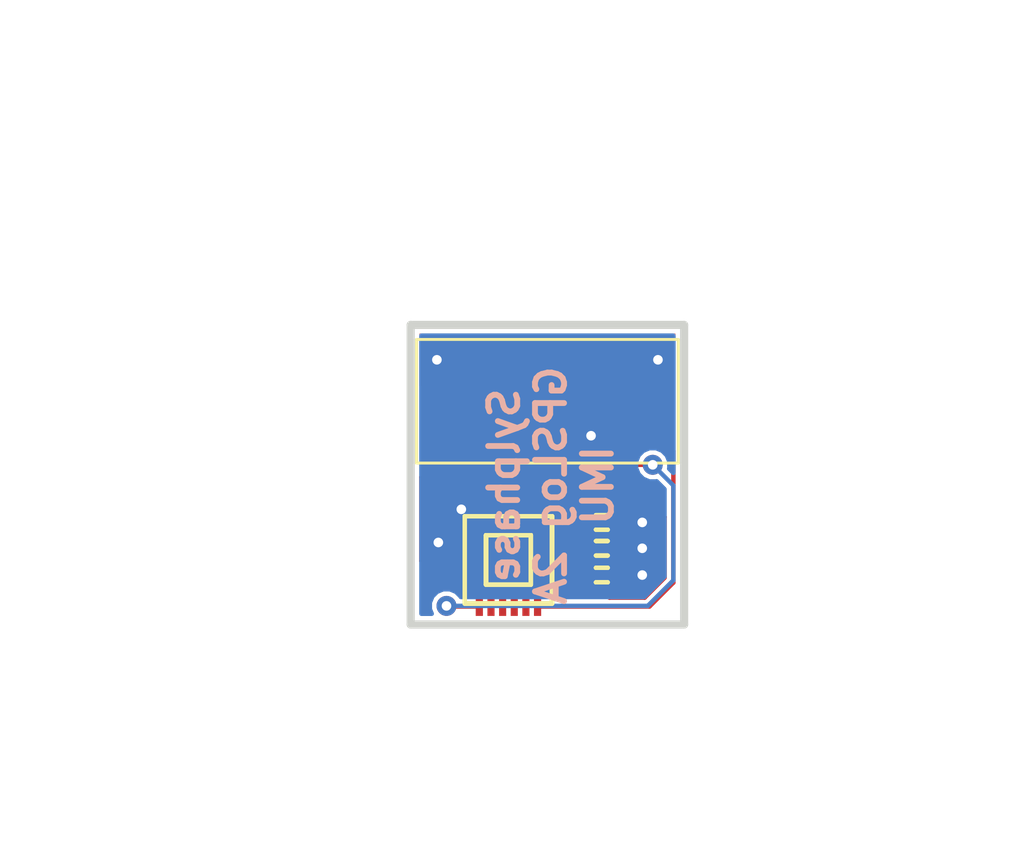
<source format=kicad_pcb>
(kicad_pcb (version 4) (host pcbnew "(after 2015-may-01 BZR unknown)-product")

  (general
    (links 20)
    (no_connects 0)
    (area 143.860299 96.370299 153.539701 106.949701)
    (thickness 1.6)
    (drawings 7)
    (tracks 66)
    (zones 0)
    (modules 5)
    (nets 19)
  )

  (page A4)
  (layers
    (0 F.Cu signal)
    (31 B.Cu signal)
    (32 B.Adhes user)
    (33 F.Adhes user)
    (34 B.Paste user)
    (35 F.Paste user)
    (36 B.SilkS user)
    (37 F.SilkS user)
    (38 B.Mask user)
    (39 F.Mask user)
    (40 Dwgs.User user)
    (41 Cmts.User user)
    (42 Eco1.User user)
    (43 Eco2.User user)
    (44 Edge.Cuts user)
    (45 Margin user)
    (46 B.CrtYd user)
    (47 F.CrtYd user)
    (48 B.Fab user)
    (49 F.Fab user)
  )

  (setup
    (last_trace_width 0.1524)
    (trace_clearance 0.1524)
    (zone_clearance 0.1524)
    (zone_45_only no)
    (trace_min 0.1524)
    (segment_width 0.2)
    (edge_width 0.2794)
    (via_size 0.6858)
    (via_drill 0.3302)
    (via_min_size 0.6858)
    (via_min_drill 0.3302)
    (uvia_size 0.6858)
    (uvia_drill 0.3302)
    (uvias_allowed no)
    (uvia_min_size 0)
    (uvia_min_drill 0)
    (pcb_text_width 0.3)
    (pcb_text_size 1.5 1.5)
    (mod_edge_width 0.15)
    (mod_text_size 1 1)
    (mod_text_width 0.15)
    (pad_size 0.83331 0.245198)
    (pad_drill 0)
    (pad_to_mask_clearance 0)
    (aux_axis_origin 0 0)
    (visible_elements FFFFFF7F)
    (pcbplotparams
      (layerselection 0x010fc_80000001)
      (usegerberextensions false)
      (excludeedgelayer true)
      (linewidth 0.150000)
      (plotframeref false)
      (viasonmask false)
      (mode 1)
      (useauxorigin false)
      (hpglpennumber 1)
      (hpglpenspeed 20)
      (hpglpendiameter 15)
      (hpglpenoverlay 2)
      (psnegative false)
      (psa4output false)
      (plotreference true)
      (plotvalue true)
      (plotinvisibletext false)
      (padsonsilk false)
      (subtractmaskfromsilk false)
      (outputformat 1)
      (mirror false)
      (drillshape 0)
      (scaleselection 1)
      (outputdirectory out/))
  )

  (net 0 "")
  (net 1 gnd)
  (net 2 vcc3_3)
  (net 3 sensor_spi_SCLK)
  (net 4 sensor_spi_MOSI)
  (net 5 sensor_spi_MISO)
  (net 6 imu_spi_nCS)
  (net 7 _U3_21_AUX_DA)
  (net 8 _U3_3_NC)
  (net 9 _U3_2_NC)
  (net 10 _U3_5_NC)
  (net 11 _U3_4_NC)
  (net 12 _U3_7_AUX_CL)
  (net 13 _U3_11_FSYNC)
  (net 14 REGOUT)
  (net 15 imu_INT)
  (net 16 _U3_15_NC)
  (net 17 _U3_14_NC)
  (net 18 _U3_19_RESV_19)

  (net_class Default "This is the default net class."
    (clearance 0.1524)
    (trace_width 0.1524)
    (via_dia 0.6858)
    (via_drill 0.3302)
    (uvia_dia 0.6858)
    (uvia_drill 0.3302)
    (add_net REGOUT)
    (add_net _U3_11_FSYNC)
    (add_net _U3_14_NC)
    (add_net _U3_15_NC)
    (add_net _U3_19_RESV_19)
    (add_net _U3_21_AUX_DA)
    (add_net _U3_2_NC)
    (add_net _U3_3_NC)
    (add_net _U3_4_NC)
    (add_net _U3_5_NC)
    (add_net _U3_7_AUX_CL)
    (add_net gnd)
    (add_net imu_INT)
    (add_net imu_spi_nCS)
    (add_net sensor_spi_MISO)
    (add_net sensor_spi_MOSI)
    (add_net sensor_spi_SCLK)
    (add_net vcc3_3)
  )

  (module gen:01922d69cd78564e6dcfb13f8efada47fcd2f6e470f341a81a2c1d5460414d82 (layer F.Cu) (tedit 0) (tstamp 5602D18F)
    (at 148.7 96.81)
    (path /530B7A40)
    (fp_text reference P9 (at 0 0) (layer F.SilkS) hide
      (effects (font (size 0.508 0.508) (thickness 0.0508)))
    )
    (fp_text value SM06B-SRSS-TB (at 0 0) (layer F.Adhes) hide
      (effects (font (thickness 0.15)))
    )
    (fp_line (start -4.5 4.45) (end -4.5 0.2) (layer F.SilkS) (width 0.1))
    (fp_line (start -4.5 0.2) (end 4.5 0.2) (layer F.SilkS) (width 0.1))
    (fp_line (start 4.5 0.2) (end 4.5 4.45) (layer F.SilkS) (width 0.1))
    (fp_line (start 4.5 4.45) (end -4.5 4.45) (layer F.SilkS) (width 0.1))
    (pad M smd rect (at -3.8 0.9) (size 1.2 1.8) (layers F.Cu F.Paste F.Mask)
      (net 1 gnd))
    (pad M smd rect (at 3.8 0.9) (size 1.2 1.8) (layers F.Cu F.Paste F.Mask)
      (net 1 gnd))
    (pad 1 smd rect (at 2.5 4.775) (size 0.6 1.55) (layers F.Cu F.Paste F.Mask)
      (net 2 vcc3_3))
    (pad 2 smd rect (at 1.5 4.775) (size 0.6 1.55) (layers F.Cu F.Paste F.Mask)
      (net 1 gnd))
    (pad 3 smd rect (at 0.5 4.775) (size 0.6 1.55) (layers F.Cu F.Paste F.Mask)
      (net 3 sensor_spi_SCLK))
    (pad 4 smd rect (at -0.5 4.775) (size 0.6 1.55) (layers F.Cu F.Paste F.Mask)
      (net 4 sensor_spi_MOSI))
    (pad 5 smd rect (at -1.5 4.775) (size 0.6 1.55) (layers F.Cu F.Paste F.Mask)
      (net 5 sensor_spi_MISO))
    (pad 6 smd rect (at -2.5 4.775) (size 0.6 1.55) (layers F.Cu F.Paste F.Mask)
      (net 6 imu_spi_nCS))
    (model ${KIPRJMOD}/gen.pretty/f39000ceca159eec6d590c30c0d457816065de00f67d72d3b98927c72e2e519c.wrl
      (at (xyz 0 0 0))
      (scale (xyz 0.3937007874015748 0.3937007874015748 0.3937007874015748))
      (rotate (xyz 0 0 0))
    )
  )

  (module gen:f9dcab91837b679375d9ef0965a978d518e3e45905c50e49de42089f4da3851a (layer F.Cu) (tedit 5602DBAE) (tstamp 5602D20B)
    (at 147.36 104.59 90)
    (path /530B7A40)
    (fp_text reference U3 (at 0 0 90) (layer F.SilkS) hide
      (effects (font (size 0.508 0.508) (thickness 0.0508)))
    )
    (fp_text value MPU-9250 (at 0 0 90) (layer F.Adhes) hide
      (effects (font (thickness 0.15)))
    )
    (fp_line (start -1.5 1.5) (end -1.5 1.5) (layer F.SilkS) (width 0.15))
    (fp_line (start -1.5 1.5) (end -1.5 -1.5) (layer F.SilkS) (width 0.15))
    (fp_line (start -1.5 -1.5) (end -1.5 -1.5) (layer F.SilkS) (width 0.15))
    (fp_line (start -1.5 -1.5) (end -1.5 1.5) (layer F.SilkS) (width 0.15))
    (fp_line (start 1.5 1.5) (end 1.5 -1.5) (layer F.SilkS) (width 0.15))
    (fp_line (start 1.5 -1.5) (end 1.5 -1.5) (layer F.SilkS) (width 0.15))
    (fp_line (start 1.5 -1.5) (end 1.5 1.5) (layer F.SilkS) (width 0.15))
    (fp_line (start 1.5 1.5) (end 1.5 1.5) (layer F.SilkS) (width 0.15))
    (fp_line (start -1.5 1.5) (end 1.5 1.5) (layer F.SilkS) (width 0.15))
    (fp_line (start 1.5 1.5) (end 1.5 1.5) (layer F.SilkS) (width 0.15))
    (fp_line (start 1.5 1.5) (end -1.5 1.5) (layer F.SilkS) (width 0.15))
    (fp_line (start -1.5 1.5) (end -1.5 1.5) (layer F.SilkS) (width 0.15))
    (fp_line (start -1.5 -1.5) (end -1.5 -1.5) (layer F.SilkS) (width 0.15))
    (fp_line (start -1.5 -1.5) (end 1.5 -1.5) (layer F.SilkS) (width 0.15))
    (fp_line (start 1.5 -1.5) (end 1.5 -1.5) (layer F.SilkS) (width 0.15))
    (fp_line (start 1.5 -1.5) (end -1.5 -1.5) (layer F.SilkS) (width 0.15))
    (fp_line (start -1.5 1.5) (end -1.5 -1.5) (layer F.SilkS) (width 0.15))
    (fp_line (start -1.5 -1.5) (end 1.5 -1.5) (layer F.SilkS) (width 0.15))
    (fp_line (start 1.5 -1.5) (end 1.5 1.5) (layer F.SilkS) (width 0.15))
    (fp_line (start 1.5 1.5) (end -1.5 1.5) (layer F.SilkS) (width 0.15))
    (fp_line (start -1.5 1.5) (end 1.5 1.5) (layer F.SilkS) (width 0.15))
    (fp_line (start 1.5 1.5) (end 1.5 -1.5) (layer F.SilkS) (width 0.15))
    (fp_line (start 1.5 -1.5) (end -1.5 -1.5) (layer F.SilkS) (width 0.15))
    (fp_line (start -1.5 -1.5) (end -1.5 1.5) (layer F.SilkS) (width 0.15))
    (fp_line (start -0.85 0.77) (end -0.85 0.77) (layer F.SilkS) (width 0.15))
    (fp_line (start -0.85 0.77) (end -0.85 -0.77) (layer F.SilkS) (width 0.15))
    (fp_line (start -0.85 -0.77) (end -0.85 -0.77) (layer F.SilkS) (width 0.15))
    (fp_line (start -0.85 -0.77) (end -0.85 0.77) (layer F.SilkS) (width 0.15))
    (fp_line (start 0.85 0.77) (end 0.85 -0.77) (layer F.SilkS) (width 0.15))
    (fp_line (start 0.85 -0.77) (end 0.85 -0.77) (layer F.SilkS) (width 0.15))
    (fp_line (start 0.85 -0.77) (end 0.85 0.77) (layer F.SilkS) (width 0.15))
    (fp_line (start 0.85 0.77) (end 0.85 0.77) (layer F.SilkS) (width 0.15))
    (fp_line (start -0.85 0.77) (end 0.85 0.77) (layer F.SilkS) (width 0.15))
    (fp_line (start 0.85 0.77) (end 0.85 0.77) (layer F.SilkS) (width 0.15))
    (fp_line (start 0.85 0.77) (end -0.85 0.77) (layer F.SilkS) (width 0.15))
    (fp_line (start -0.85 0.77) (end -0.85 0.77) (layer F.SilkS) (width 0.15))
    (fp_line (start -0.85 -0.77) (end -0.85 -0.77) (layer F.SilkS) (width 0.15))
    (fp_line (start -0.85 -0.77) (end 0.85 -0.77) (layer F.SilkS) (width 0.15))
    (fp_line (start 0.85 -0.77) (end 0.85 -0.77) (layer F.SilkS) (width 0.15))
    (fp_line (start 0.85 -0.77) (end -0.85 -0.77) (layer F.SilkS) (width 0.15))
    (fp_line (start -0.85 0.77) (end -0.85 -0.77) (layer F.SilkS) (width 0.15))
    (fp_line (start -0.85 -0.77) (end 0.85 -0.77) (layer F.SilkS) (width 0.15))
    (fp_line (start 0.85 -0.77) (end 0.85 0.77) (layer F.SilkS) (width 0.15))
    (fp_line (start 0.85 0.77) (end -0.85 0.77) (layer F.SilkS) (width 0.15))
    (fp_line (start -0.85 0.77) (end 0.85 0.77) (layer F.SilkS) (width 0.15))
    (fp_line (start 0.85 0.77) (end 0.85 -0.77) (layer F.SilkS) (width 0.15))
    (fp_line (start 0.85 -0.77) (end -0.85 -0.77) (layer F.SilkS) (width 0.15))
    (fp_line (start -0.85 -0.77) (end -0.85 0.77) (layer F.SilkS) (width 0.15))
    (fp_line (start -1.5 1.5) (end -1.5 -1.5) (layer F.SilkS) (width 0.15))
    (fp_line (start -1.5 -1.5) (end -1.5 -1.5) (layer F.SilkS) (width 0.15))
    (fp_line (start -1.5 -1.5) (end -1.5 1.5) (layer F.SilkS) (width 0.15))
    (fp_line (start -1.5 1.5) (end -1.5 1.5) (layer F.SilkS) (width 0.15))
    (fp_line (start 1.5 1.5) (end 1.5 1.5) (layer F.SilkS) (width 0.15))
    (fp_line (start 1.5 1.5) (end 1.5 -1.5) (layer F.SilkS) (width 0.15))
    (fp_line (start 1.5 -1.5) (end 1.5 -1.5) (layer F.SilkS) (width 0.15))
    (fp_line (start 1.5 -1.5) (end 1.5 1.5) (layer F.SilkS) (width 0.15))
    (fp_line (start -1.5 1.5) (end -1.5 1.5) (layer F.SilkS) (width 0.15))
    (fp_line (start -1.5 1.5) (end 1.5 1.5) (layer F.SilkS) (width 0.15))
    (fp_line (start 1.5 1.5) (end 1.5 1.5) (layer F.SilkS) (width 0.15))
    (fp_line (start 1.5 1.5) (end -1.5 1.5) (layer F.SilkS) (width 0.15))
    (fp_line (start -1.5 -1.5) (end 1.5 -1.5) (layer F.SilkS) (width 0.15))
    (fp_line (start 1.5 -1.5) (end 1.5 -1.5) (layer F.SilkS) (width 0.15))
    (fp_line (start 1.5 -1.5) (end -1.5 -1.5) (layer F.SilkS) (width 0.15))
    (fp_line (start -1.5 -1.5) (end -1.5 -1.5) (layer F.SilkS) (width 0.15))
    (fp_line (start -1.5 1.5) (end 1.5 1.5) (layer F.SilkS) (width 0.15))
    (fp_line (start 1.5 1.5) (end 1.5 -1.5) (layer F.SilkS) (width 0.15))
    (fp_line (start 1.5 -1.5) (end -1.5 -1.5) (layer F.SilkS) (width 0.15))
    (fp_line (start -1.5 -1.5) (end -1.5 1.5) (layer F.SilkS) (width 0.15))
    (fp_line (start -1.5 1.5) (end -1.5 -1.5) (layer F.SilkS) (width 0.15))
    (fp_line (start -1.5 -1.5) (end 1.5 -1.5) (layer F.SilkS) (width 0.15))
    (fp_line (start 1.5 -1.5) (end 1.5 1.5) (layer F.SilkS) (width 0.15))
    (fp_line (start 1.5 1.5) (end -1.5 1.5) (layer F.SilkS) (width 0.15))
    (fp_line (start -0.85 0.77) (end -0.85 -0.77) (layer F.SilkS) (width 0.15))
    (fp_line (start -0.85 -0.77) (end -0.85 -0.77) (layer F.SilkS) (width 0.15))
    (fp_line (start -0.85 -0.77) (end -0.85 0.77) (layer F.SilkS) (width 0.15))
    (fp_line (start -0.85 0.77) (end -0.85 0.77) (layer F.SilkS) (width 0.15))
    (fp_line (start 0.85 0.77) (end 0.85 0.77) (layer F.SilkS) (width 0.15))
    (fp_line (start 0.85 0.77) (end 0.85 -0.77) (layer F.SilkS) (width 0.15))
    (fp_line (start 0.85 -0.77) (end 0.85 -0.77) (layer F.SilkS) (width 0.15))
    (fp_line (start 0.85 -0.77) (end 0.85 0.77) (layer F.SilkS) (width 0.15))
    (fp_line (start -0.85 0.77) (end -0.85 0.77) (layer F.SilkS) (width 0.15))
    (fp_line (start -0.85 0.77) (end 0.85 0.77) (layer F.SilkS) (width 0.15))
    (fp_line (start 0.85 0.77) (end 0.85 0.77) (layer F.SilkS) (width 0.15))
    (fp_line (start 0.85 0.77) (end -0.85 0.77) (layer F.SilkS) (width 0.15))
    (fp_line (start -0.85 -0.77) (end 0.85 -0.77) (layer F.SilkS) (width 0.15))
    (fp_line (start 0.85 -0.77) (end 0.85 -0.77) (layer F.SilkS) (width 0.15))
    (fp_line (start 0.85 -0.77) (end -0.85 -0.77) (layer F.SilkS) (width 0.15))
    (fp_line (start -0.85 -0.77) (end -0.85 -0.77) (layer F.SilkS) (width 0.15))
    (fp_line (start -0.85 0.77) (end 0.85 0.77) (layer F.SilkS) (width 0.15))
    (fp_line (start 0.85 0.77) (end 0.85 -0.77) (layer F.SilkS) (width 0.15))
    (fp_line (start 0.85 -0.77) (end -0.85 -0.77) (layer F.SilkS) (width 0.15))
    (fp_line (start -0.85 -0.77) (end -0.85 0.77) (layer F.SilkS) (width 0.15))
    (fp_line (start -0.85 0.77) (end -0.85 -0.77) (layer F.SilkS) (width 0.15))
    (fp_line (start -0.85 -0.77) (end 0.85 -0.77) (layer F.SilkS) (width 0.15))
    (fp_line (start 0.85 -0.77) (end 0.85 0.77) (layer F.SilkS) (width 0.15))
    (fp_line (start 0.85 0.77) (end -0.85 0.77) (layer F.SilkS) (width 0.15))
    (pad 24 smd rect (at -1.0012 -1.601201 90) (size 0.247599 0.647599) (layers F.Cu F.Paste F.Mask)
      (net 4 sensor_spi_MOSI))
    (pad 20 smd rect (at 0.6 -1.508345 90) (size 0.245198 0.83331) (layers F.Cu F.Paste F.Mask)
      (net 1 gnd))
    (pad 21 smd rect (at 0.2 -1.508345 90) (size 0.245198 0.83331) (layers F.Cu F.Paste F.Mask)
      (net 7 _U3_21_AUX_DA))
    (pad 22 smd rect (at -0.2 -1.508345 90) (size 0.245198 0.83331) (layers F.Cu F.Paste F.Mask)
      (net 6 imu_spi_nCS))
    (pad 23 smd rect (at -0.6 -1.508345 90) (size 0.245198 0.83331) (layers F.Cu F.Paste F.Mask)
      (net 3 sensor_spi_SCLK))
    (pad 1 smd rect (at -1.601201 -1.0012 90) (size 0.647599 0.247599) (layers F.Cu F.Paste F.Mask)
      (net 2 vcc3_3))
    (pad 3 smd rect (at -1.508345 -0.2 90) (size 0.83331 0.245198) (layers F.Cu F.Paste F.Mask)
      (net 8 _U3_3_NC))
    (pad 2 smd rect (at -1.508345 -0.6 90) (size 0.83331 0.245198) (layers F.Cu F.Paste F.Mask)
      (net 9 _U3_2_NC))
    (pad 5 smd rect (at -1.508345 0.6 90) (size 0.83331 0.245198) (layers F.Cu F.Paste F.Mask)
      (net 10 _U3_5_NC))
    (pad 4 smd rect (at -1.508345 0.2 90) (size 0.83331 0.245198) (layers F.Cu F.Paste F.Mask)
      (net 11 _U3_4_NC))
    (pad 7 smd rect (at -1.0012 1.601201 90) (size 0.247599 0.647599) (layers F.Cu F.Paste F.Mask)
      (net 12 _U3_7_AUX_CL))
    (pad 6 smd rect (at -1.601201 1.0012 90) (size 0.647599 0.247599) (layers F.Cu F.Paste F.Mask)
      (net 3 sensor_spi_SCLK))
    (pad 9 smd rect (at -0.2 1.508345 90) (size 0.245198 0.83331) (layers F.Cu F.Paste F.Mask)
      (net 5 sensor_spi_MISO))
    (pad 8 smd rect (at -0.6 1.508345 90) (size 0.245198 0.83331) (layers F.Cu F.Paste F.Mask)
      (net 2 vcc3_3))
    (pad 11 smd rect (at 0.6 1.508345 90) (size 0.245198 0.83331) (layers F.Cu F.Paste F.Mask)
      (net 13 _U3_11_FSYNC))
    (pad 10 smd rect (at 0.2 1.508345 90) (size 0.245198 0.83331) (layers F.Cu F.Paste F.Mask)
      (net 14 REGOUT))
    (pad 13 smd rect (at 1.601201 1.0012 90) (size 0.647599 0.247599) (layers F.Cu F.Paste F.Mask)
      (net 2 vcc3_3))
    (pad 12 smd rect (at 1.0012 1.601201 90) (size 0.247599 0.647599) (layers F.Cu F.Paste F.Mask)
      (net 15 imu_INT))
    (pad 15 smd rect (at 1.508345 0.2 90) (size 0.83331 0.245198) (layers F.Cu F.Paste F.Mask)
      (net 16 _U3_15_NC))
    (pad 14 smd rect (at 1.508345 0.6 90) (size 0.83331 0.245198) (layers F.Cu F.Paste F.Mask)
      (net 17 _U3_14_NC))
    (pad 17 smd rect (at 1.508345 -0.6 90) (size 0.83331 0.245198) (layers F.Cu F.Paste F.Mask)
      (net 6 imu_spi_nCS))
    (pad 16 smd rect (at 1.508345 -0.2 90) (size 0.83331 0.245198) (layers F.Cu F.Paste F.Mask)
      (net 5 sensor_spi_MISO))
    (pad 19 smd rect (at 1.0012 -1.601201 90) (size 0.247599 0.647599) (layers F.Cu F.Paste F.Mask)
      (net 18 _U3_19_RESV_19))
    (pad 18 smd rect (at 1.601201 -1.0012 90) (size 0.647599 0.247599) (layers F.Cu F.Paste F.Mask)
      (net 1 gnd))
    (model ${KIPRJMOD}/gen.pretty/b2e5c4b7b015cc82d99842ddf77d674ad6d26216bc6b24d27e09373e2d37dc8d.wrl
      (at (xyz 0 0 0))
      (scale (xyz 0.3937007874015748 0.3937007874015748 0.3937007874015748))
      (rotate (xyz 0 0 0))
    )
  )

  (module gen:da492ed0915bf61186c52e71902aed48c4ab3f939acb966f1f6c31e1d73268ad (layer F.Cu) (tedit 0) (tstamp 5602D21D)
    (at 150.57 104.19)
    (path /530B7A40)
    (fp_text reference U3C1 (at 0 0) (layer F.SilkS) hide
      (effects (font (size 0.508 0.508) (thickness 0.0508)))
    )
    (fp_text value CC0402KRX5R6BB104 (at 0 0) (layer F.Adhes) hide
      (effects (font (thickness 0.15)))
    )
    (fp_line (start 0.2 -0.25) (end -0.2 -0.25) (layer F.SilkS) (width 0.15))
    (fp_line (start -0.2 0.25) (end 0.2 0.25) (layer F.SilkS) (width 0.15))
    (fp_line (start 0.2 0.25) (end 0.2 0.25) (layer F.SilkS) (width 0.15))
    (fp_line (start 0.2 0.25) (end -0.2 0.25) (layer F.SilkS) (width 0.15))
    (fp_line (start -0.2 0.25) (end -0.2 0.25) (layer F.SilkS) (width 0.15))
    (fp_line (start -0.2 0.25) (end 0.2 0.25) (layer F.SilkS) (width 0.15))
    (fp_line (start 0.2 0.25) (end -0.2 0.25) (layer F.SilkS) (width 0.15))
    (fp_line (start -0.2 -0.25) (end 0.2 -0.25) (layer F.SilkS) (width 0.15))
    (fp_line (start 0.2 -0.25) (end 0.2 -0.25) (layer F.SilkS) (width 0.15))
    (fp_line (start 0.2 -0.25) (end -0.2 -0.25) (layer F.SilkS) (width 0.15))
    (fp_line (start -0.2 -0.25) (end -0.2 -0.25) (layer F.SilkS) (width 0.15))
    (fp_line (start -0.2 -0.25) (end 0.2 -0.25) (layer F.SilkS) (width 0.15))
    (pad 1 smd rect (at -0.512483 0) (size 0.775033 0.55) (layers F.Cu F.Paste F.Mask)
      (net 14 REGOUT))
    (pad 2 smd rect (at 0.512483 0) (size 0.775033 0.55) (layers F.Cu F.Paste F.Mask)
      (net 1 gnd))
    (model ${KIPRJMOD}/gen.pretty/178bad62b8560865fb769290077fa7efb15b75118b988283d0dd2666165e1b94.wrl
      (at (xyz 0 0 0))
      (scale (xyz 0.3937007874015748 0.3937007874015748 0.3937007874015748))
      (rotate (xyz 0 0 0))
    )
  )

  (module gen:da492ed0915bf61186c52e71902aed48c4ab3f939acb966f1f6c31e1d73268ad (layer F.Cu) (tedit 0) (tstamp 5602D22F)
    (at 150.57 103.3)
    (path /530B7A40)
    (fp_text reference U3C2 (at 0 0) (layer F.SilkS) hide
      (effects (font (size 0.508 0.508) (thickness 0.0508)))
    )
    (fp_text value CC0402KRX5R6BB104 (at 0 0) (layer F.Adhes) hide
      (effects (font (thickness 0.15)))
    )
    (fp_line (start 0.2 -0.25) (end -0.2 -0.25) (layer F.SilkS) (width 0.15))
    (fp_line (start -0.2 0.25) (end 0.2 0.25) (layer F.SilkS) (width 0.15))
    (fp_line (start 0.2 0.25) (end 0.2 0.25) (layer F.SilkS) (width 0.15))
    (fp_line (start 0.2 0.25) (end -0.2 0.25) (layer F.SilkS) (width 0.15))
    (fp_line (start -0.2 0.25) (end -0.2 0.25) (layer F.SilkS) (width 0.15))
    (fp_line (start -0.2 0.25) (end 0.2 0.25) (layer F.SilkS) (width 0.15))
    (fp_line (start 0.2 0.25) (end -0.2 0.25) (layer F.SilkS) (width 0.15))
    (fp_line (start -0.2 -0.25) (end 0.2 -0.25) (layer F.SilkS) (width 0.15))
    (fp_line (start 0.2 -0.25) (end 0.2 -0.25) (layer F.SilkS) (width 0.15))
    (fp_line (start 0.2 -0.25) (end -0.2 -0.25) (layer F.SilkS) (width 0.15))
    (fp_line (start -0.2 -0.25) (end -0.2 -0.25) (layer F.SilkS) (width 0.15))
    (fp_line (start -0.2 -0.25) (end 0.2 -0.25) (layer F.SilkS) (width 0.15))
    (pad 1 smd rect (at -0.512483 0) (size 0.775033 0.55) (layers F.Cu F.Paste F.Mask)
      (net 2 vcc3_3))
    (pad 2 smd rect (at 0.512483 0) (size 0.775033 0.55) (layers F.Cu F.Paste F.Mask)
      (net 1 gnd))
    (model ${KIPRJMOD}/gen.pretty/178bad62b8560865fb769290077fa7efb15b75118b988283d0dd2666165e1b94.wrl
      (at (xyz 0 0 0))
      (scale (xyz 0.3937007874015748 0.3937007874015748 0.3937007874015748))
      (rotate (xyz 0 0 0))
    )
  )

  (module gen:da492ed0915bf61186c52e71902aed48c4ab3f939acb966f1f6c31e1d73268ad (layer F.Cu) (tedit 0) (tstamp 5602D241)
    (at 150.57 105.11)
    (path /530B7A40)
    (fp_text reference U3C3 (at 0 0) (layer F.SilkS) hide
      (effects (font (size 0.508 0.508) (thickness 0.0508)))
    )
    (fp_text value GRM155R71E103KA01D (at 0 0) (layer F.Adhes) hide
      (effects (font (thickness 0.15)))
    )
    (fp_line (start 0.2 -0.25) (end -0.2 -0.25) (layer F.SilkS) (width 0.15))
    (fp_line (start -0.2 0.25) (end 0.2 0.25) (layer F.SilkS) (width 0.15))
    (fp_line (start 0.2 0.25) (end 0.2 0.25) (layer F.SilkS) (width 0.15))
    (fp_line (start 0.2 0.25) (end -0.2 0.25) (layer F.SilkS) (width 0.15))
    (fp_line (start -0.2 0.25) (end -0.2 0.25) (layer F.SilkS) (width 0.15))
    (fp_line (start -0.2 0.25) (end 0.2 0.25) (layer F.SilkS) (width 0.15))
    (fp_line (start 0.2 0.25) (end -0.2 0.25) (layer F.SilkS) (width 0.15))
    (fp_line (start -0.2 -0.25) (end 0.2 -0.25) (layer F.SilkS) (width 0.15))
    (fp_line (start 0.2 -0.25) (end 0.2 -0.25) (layer F.SilkS) (width 0.15))
    (fp_line (start 0.2 -0.25) (end -0.2 -0.25) (layer F.SilkS) (width 0.15))
    (fp_line (start -0.2 -0.25) (end -0.2 -0.25) (layer F.SilkS) (width 0.15))
    (fp_line (start -0.2 -0.25) (end 0.2 -0.25) (layer F.SilkS) (width 0.15))
    (pad 1 smd rect (at -0.512483 0) (size 0.775033 0.55) (layers F.Cu F.Paste F.Mask)
      (net 2 vcc3_3))
    (pad 2 smd rect (at 0.512483 0) (size 0.775033 0.55) (layers F.Cu F.Paste F.Mask)
      (net 1 gnd))
    (model ${KIPRJMOD}/gen.pretty/178bad62b8560865fb769290077fa7efb15b75118b988283d0dd2666165e1b94.wrl
      (at (xyz 0 0 0))
      (scale (xyz 0.3937007874015748 0.3937007874015748 0.3937007874015748))
      (rotate (xyz 0 0 0))
    )
  )

  (gr_text "Sylphase\nGPSLog 2A\nIMU" (at 148.82 102.03 90) (layer B.SilkS)
    (effects (font (size 1 1) (thickness 0.2)) (justify mirror))
  )
  (dimension 9.68 (width 0.3) (layer Dwgs.User)
    (gr_text "0.3811 in" (at 148.47 90.55) (layer Dwgs.User)
      (effects (font (size 1.5 1.5) (thickness 0.3)))
    )
    (feature1 (pts (xy 153.54 96.37) (xy 153.54 91.69)))
    (feature2 (pts (xy 143.86 96.37) (xy 143.86 91.69)))
    (crossbar (pts (xy 143.86 94.39) (xy 153.54 94.39)))
    (arrow1a (pts (xy 153.54 94.39) (xy 152.413496 94.976421)))
    (arrow1b (pts (xy 153.54 94.39) (xy 152.413496 93.803579)))
    (arrow2a (pts (xy 143.86 94.39) (xy 144.986504 94.976421)))
    (arrow2b (pts (xy 143.86 94.39) (xy 144.986504 93.803579)))
  )
  (dimension 10.58 (width 0.3) (layer Dwgs.User)
    (gr_text "0.4165 in" (at 136.45 101.62 270) (layer Dwgs.User) (tstamp 5602E026)
      (effects (font (size 1.5 1.5) (thickness 0.3)))
    )
    (feature1 (pts (xy 143.86 106.95) (xy 137.660001 106.95)))
    (feature2 (pts (xy 143.86 96.37) (xy 137.660001 96.37)))
    (crossbar (pts (xy 140.360001 96.37) (xy 140.360001 106.95)))
    (arrow1a (pts (xy 140.360001 106.95) (xy 139.77358 105.823496)))
    (arrow1b (pts (xy 140.360001 106.95) (xy 140.946422 105.823496)))
    (arrow2a (pts (xy 140.360001 96.37) (xy 139.77358 97.496504)))
    (arrow2b (pts (xy 140.360001 96.37) (xy 140.946422 97.496504)))
  )
  (gr_line (start 153.4 106.81) (end 144 106.81) (angle 90) (layer Edge.Cuts) (width 0.2794))
  (gr_line (start 153.4 96.51) (end 153.4 106.81) (angle 90) (layer Edge.Cuts) (width 0.2794))
  (gr_line (start 144 96.51) (end 144 106.81) (angle 90) (layer Edge.Cuts) (width 0.2794))
  (gr_line (start 144 96.51) (end 153.4 96.51) (angle 90) (layer Edge.Cuts) (width 0.2794))

  (via (at 144.9 97.71) (size 0.6858) (layers F.Cu B.Cu) (net 1))
  (via (at 152.5 97.71) (size 0.6858) (layers F.Cu B.Cu) (net 1))
  (segment (start 150.2 101.585) (end 150.2 100.32) (width 0.1524) (layer F.Cu) (net 1))
  (via (at 150.2 100.32) (size 0.6858) (layers F.Cu B.Cu) (net 1))
  (segment (start 151.082483 105.11) (end 151.96 105.11) (width 0.1524) (layer F.Cu) (net 1))
  (via (at 151.96 105.11) (size 0.6858) (layers F.Cu B.Cu) (net 1))
  (segment (start 151.082483 104.19) (end 151.96 104.19) (width 0.1524) (layer F.Cu) (net 1))
  (via (at 151.96 104.19) (size 0.6858) (layers F.Cu B.Cu) (net 1))
  (segment (start 151.082483 103.3) (end 151.96 103.3) (width 0.1524) (layer F.Cu) (net 1))
  (via (at 151.96 103.3) (size 0.6858) (layers F.Cu B.Cu) (net 1))
  (segment (start 145.851655 103.99) (end 144.95 103.99) (width 0.1524) (layer F.Cu) (net 1))
  (via (at 144.95 103.99) (size 0.6858) (layers F.Cu B.Cu) (net 1))
  (segment (start 146.3588 102.988799) (end 146.220001 102.85) (width 0.1524) (layer F.Cu) (net 1))
  (via (at 145.74 102.85) (size 0.6858) (layers F.Cu B.Cu) (net 1))
  (segment (start 146.220001 102.85) (end 145.74 102.85) (width 0.1524) (layer F.Cu) (net 1) (tstamp 5602D9CA))
  (segment (start 146.3588 106.191201) (end 145.251201 106.191201) (width 0.1524) (layer F.Cu) (net 2))
  (segment (start 152.32 101.32) (end 151.465 101.32) (width 0.1524) (layer F.Cu) (net 2) (tstamp 5602DB86))
  (via (at 152.32 101.32) (size 0.6858) (layers F.Cu B.Cu) (net 2))
  (segment (start 153.03 102.03) (end 152.32 101.32) (width 0.1524) (layer B.Cu) (net 2) (tstamp 5602DB81))
  (segment (start 153.03 105.29) (end 153.03 102.03) (width 0.1524) (layer B.Cu) (net 2) (tstamp 5602DB7D))
  (segment (start 152.15 106.17) (end 153.03 105.29) (width 0.1524) (layer B.Cu) (net 2) (tstamp 5602DB75))
  (segment (start 145.23 106.17) (end 152.15 106.17) (width 0.1524) (layer B.Cu) (net 2) (tstamp 5602DB74))
  (via (at 145.23 106.17) (size 0.6858) (layers F.Cu B.Cu) (net 2))
  (segment (start 145.251201 106.191201) (end 145.23 106.17) (width 0.1524) (layer F.Cu) (net 2) (tstamp 5602DB63))
  (segment (start 151.465 101.32) (end 151.2 101.585) (width 0.1524) (layer F.Cu) (net 2) (tstamp 5602DB87))
  (segment (start 150.057517 105.11) (end 150.833916 105.886399) (width 0.1524) (layer F.Cu) (net 2))
  (segment (start 152.725198 103.110198) (end 151.2 101.585) (width 0.1524) (layer F.Cu) (net 2) (tstamp 5602DAC3))
  (segment (start 152.725198 105.203746) (end 152.725198 103.110198) (width 0.1524) (layer F.Cu) (net 2) (tstamp 5602DAC2))
  (segment (start 152.042545 105.886399) (end 152.725198 105.203746) (width 0.1524) (layer F.Cu) (net 2) (tstamp 5602DAC1))
  (segment (start 150.833916 105.886399) (end 152.042545 105.886399) (width 0.1524) (layer F.Cu) (net 2) (tstamp 5602DAC0))
  (segment (start 150.057517 103.3) (end 151.2 102.157517) (width 0.1524) (layer F.Cu) (net 2))
  (segment (start 151.2 102.157517) (end 151.2 101.585) (width 0.1524) (layer F.Cu) (net 2) (tstamp 5602DABD))
  (segment (start 150.057517 105.11) (end 149.977517 105.19) (width 0.1524) (layer F.Cu) (net 2))
  (segment (start 149.977517 105.19) (end 148.868345 105.19) (width 0.1524) (layer F.Cu) (net 2) (tstamp 5602DABA))
  (segment (start 150.057517 103.3) (end 149.746316 102.988799) (width 0.1524) (layer F.Cu) (net 2))
  (segment (start 149.746316 102.988799) (end 148.3612 102.988799) (width 0.1524) (layer F.Cu) (net 2) (tstamp 5602DAB4))
  (segment (start 149.2 99.6) (end 149.2 101.585) (width 0.1524) (layer F.Cu) (net 3) (tstamp 5602D94A))
  (segment (start 145.851655 105.19) (end 147.97 105.19) (width 0.1524) (layer F.Cu) (net 3))
  (segment (start 147.97 105.19) (end 148.3612 105.5812) (width 0.1524) (layer F.Cu) (net 3) (tstamp 5602D93A))
  (segment (start 149.51 99.29) (end 149.2 99.6) (width 0.1524) (layer F.Cu) (net 3) (tstamp 5602D949))
  (segment (start 151.48 99.29) (end 149.51 99.29) (width 0.1524) (layer F.Cu) (net 3) (tstamp 5602D948))
  (segment (start 153.03 100.84) (end 151.48 99.29) (width 0.1524) (layer F.Cu) (net 3) (tstamp 5602D946))
  (segment (start 153.03 105.37) (end 153.03 100.84) (width 0.1524) (layer F.Cu) (net 3) (tstamp 5602D945))
  (segment (start 152.208799 106.191201) (end 153.03 105.37) (width 0.1524) (layer F.Cu) (net 3) (tstamp 5602D944))
  (segment (start 148.3612 105.5812) (end 148.3612 106.191201) (width 0.1524) (layer F.Cu) (net 3) (tstamp 5602D941))
  (segment (start 148.3612 106.191201) (end 152.208799 106.191201) (width 0.1524) (layer F.Cu) (net 3))
  (segment (start 145.758799 105.5912) (end 145.3312 105.5912) (width 0.1524) (layer F.Cu) (net 4))
  (segment (start 148.2 100.72) (end 148.2 101.585) (width 0.1524) (layer F.Cu) (net 4) (tstamp 5602D935))
  (segment (start 147.68 100.2) (end 148.2 100.72) (width 0.1524) (layer F.Cu) (net 4) (tstamp 5602D934))
  (segment (start 145.91 100.2) (end 147.68 100.2) (width 0.1524) (layer F.Cu) (net 4) (tstamp 5602D932))
  (segment (start 144.37 101.74) (end 145.91 100.2) (width 0.1524) (layer F.Cu) (net 4) (tstamp 5602D92F))
  (segment (start 144.37 104.63) (end 144.37 101.74) (width 0.1524) (layer F.Cu) (net 4) (tstamp 5602D92E))
  (segment (start 145.3312 105.5912) (end 144.37 104.63) (width 0.1524) (layer F.Cu) (net 4) (tstamp 5602D92D))
  (segment (start 147.2 101.585) (end 147.16 101.625) (width 0.1524) (layer F.Cu) (net 5))
  (segment (start 147.84 104.79) (end 148.868345 104.79) (width 0.1524) (layer F.Cu) (net 5) (tstamp 5602D8D5))
  (segment (start 147.16 104.11) (end 147.84 104.79) (width 0.1524) (layer F.Cu) (net 5) (tstamp 5602D8D4))
  (segment (start 147.16 101.625) (end 147.16 103.081655) (width 0.1524) (layer F.Cu) (net 5) (tstamp 5602D8C5))
  (segment (start 147.16 103.081655) (end 147.16 104.11) (width 0.1524) (layer F.Cu) (net 5))
  (segment (start 145.851655 104.79) (end 146.35 104.79) (width 0.1524) (layer F.Cu) (net 6))
  (segment (start 146.35 104.79) (end 146.76 104.38) (width 0.1524) (layer F.Cu) (net 6) (tstamp 5602D8BA))
  (segment (start 146.76 102.59) (end 146.2 102.03) (width 0.1524) (layer F.Cu) (net 6) (tstamp 5602D8BE))
  (segment (start 146.2 102.03) (end 146.2 101.585) (width 0.1524) (layer F.Cu) (net 6) (tstamp 5602D8C1))
  (segment (start 146.76 104.38) (end 146.76 103.081655) (width 0.1524) (layer F.Cu) (net 6) (tstamp 5602D8BB))
  (segment (start 146.76 103.081655) (end 146.76 102.59) (width 0.1524) (layer F.Cu) (net 6))
  (segment (start 150.057517 104.19) (end 149.857517 104.39) (width 0.1524) (layer F.Cu) (net 14))
  (segment (start 149.857517 104.39) (end 148.868345 104.39) (width 0.1524) (layer F.Cu) (net 14) (tstamp 5602DAB7))

  (zone (net 1) (net_name gnd) (layer B.Cu) (tstamp 5602DB02) (hatch edge 0.508)
    (connect_pads yes (clearance 0.1524))
    (min_thickness 0.1524)
    (fill yes (arc_segments 16) (thermal_gap 0.508) (thermal_bridge_width 0.508))
    (polygon
      (pts
        (xy 161.89 86.11) (xy 165.09 114.99) (xy 129.88 114.68) (xy 130.18 85.34)
      )
    )
    (filled_polygon
      (pts
        (xy 153.0317 101.600648) (xy 152.883721 101.452669) (xy 152.8914 101.434177) (xy 152.891599 101.20682) (xy 152.804776 100.996694)
        (xy 152.644151 100.835789) (xy 152.434177 100.7486) (xy 152.20682 100.748401) (xy 151.996694 100.835224) (xy 151.835789 100.995849)
        (xy 151.7486 101.205823) (xy 151.748401 101.43318) (xy 151.835224 101.643306) (xy 151.995849 101.804211) (xy 152.205823 101.8914)
        (xy 152.43318 101.891599) (xy 152.452545 101.883597) (xy 152.7252 102.156252) (xy 152.7252 105.163748) (xy 152.023748 105.8652)
        (xy 145.722422 105.8652) (xy 145.714776 105.846694) (xy 145.554151 105.685789) (xy 145.344177 105.5986) (xy 145.11682 105.598401)
        (xy 144.906694 105.685224) (xy 144.745789 105.845849) (xy 144.6586 106.055823) (xy 144.658401 106.28318) (xy 144.7239 106.4417)
        (xy 144.3683 106.4417) (xy 144.3683 96.8783) (xy 153.0317 96.8783) (xy 153.0317 101.600648)
      )
    )
  )
)

</source>
